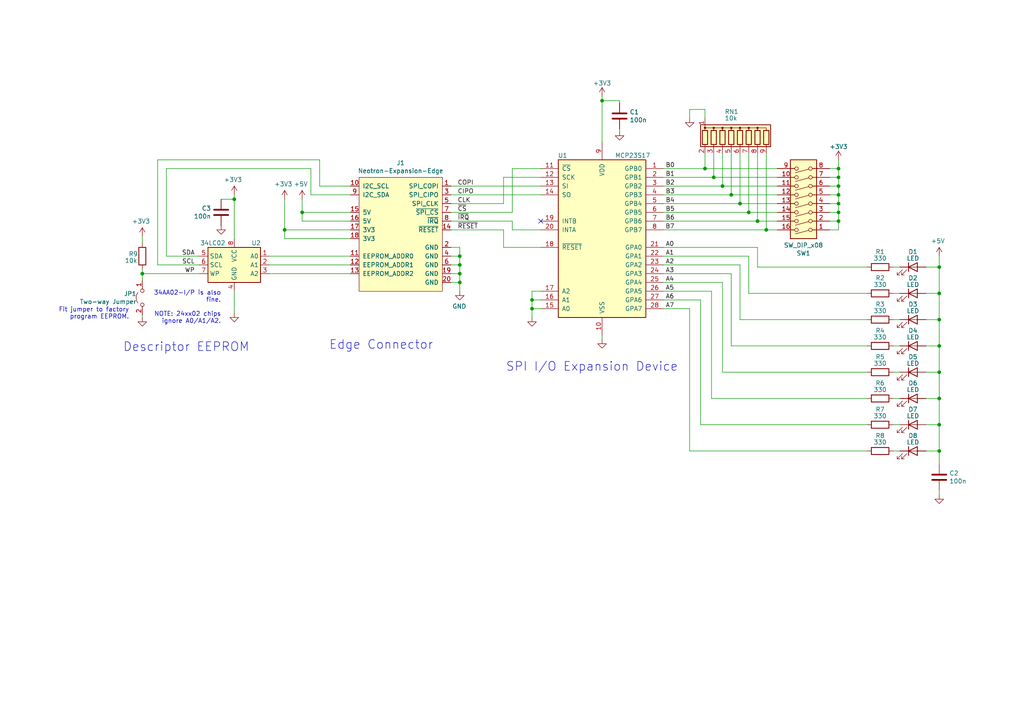
<source format=kicad_sch>
(kicad_sch (version 20211123) (generator eeschema)
  (paper "A4")
  (title_block (title "Neotron Expansion Template") (date "2021-08-18") (rev "[Uncontrolled]") (company "https://neotron-compute.github.io/") (comment 1 "Licensed as CC BY 4.0") (comment 2 "Copyright (c) 2021, The Neotron Developers, et al."))
  (lib_symbols
    (symbol "Device:C" (pin_numbers hide) (pin_names (offset 0.254))
      (property "Reference" "C" (at 0.635 2.54 0))
      (property "Value" "C" (at 0.635 -2.54 0))
      (symbol "C_0_1"
        (polyline (pts (xy -2.032 -0.762) (xy 2.032 -0.762)) (stroke (width 0.508)))
        (polyline (pts (xy -2.032 0.762) (xy 2.032 0.762)) (stroke (width 0.508)))
      )
      (symbol "C_1_1"
        (pin passive line (at 0 3.81 270) (length 2.794) (name "~") (number "1"))
        (pin passive line (at 0 -3.81 90) (length 2.794) (name "~") (number "2"))
      )
    )
    (symbol "Device:LED" (pin_numbers hide) (pin_names (offset 1.016) hide)
      (property "Reference" "D" (at 0 2.54 0))
      (property "Value" "LED" (at 0 -2.54 0))
      (symbol "LED_0_1"
        (polyline (pts (xy -1.27 -1.27) (xy -1.27 1.27)) (stroke (width 0.254)))
        (polyline (pts (xy -1.27 0) (xy 1.27 0)))
        (polyline (pts (xy 1.27 -1.27) (xy 1.27 1.27) (xy -1.27 0) (xy 1.27 -1.27)) (stroke (width 0.254)))
        (polyline (pts (xy -3.048 -0.762) (xy -4.572 -2.286) (xy -3.81 -2.286) (xy -4.572 -2.286) (xy -4.572 -1.524)))
        (polyline (pts (xy -1.778 -0.762) (xy -3.302 -2.286) (xy -2.54 -2.286) (xy -3.302 -2.286) (xy -3.302 -1.524)))
      )
      (symbol "LED_1_1"
        (pin passive line (at -3.81 0 0) (length 2.54) (name "K") (number "1"))
        (pin passive line (at 3.81 0 180) (length 2.54) (name "A") (number "2"))
      )
    )
    (symbol "Device:R" (pin_numbers hide) (pin_names (offset 0))
      (property "Reference" "R" (at 2.032 0 90))
      (property "Value" "R" (at 0 0 90))
      (symbol "R_0_1"
        (rectangle (start -1.016 -2.54) (end 1.016 2.54) (stroke (width 0.254)))
      )
      (symbol "R_1_1"
        (pin passive line (at 0 3.81 270) (length 1.27) (name "~") (number "1"))
        (pin passive line (at 0 -3.81 90) (length 1.27) (name "~") (number "2"))
      )
    )
    (symbol "Device:R_Network08" (pin_names (offset 0) hide)
      (property "Reference" "RN" (at -12.7 0 90))
      (property "Value" "R_Network08" (at 10.16 0 90))
      (symbol "R_Network08_0_1"
        (rectangle (start -11.43 -3.175) (end 8.89 3.175) (stroke (width 0.254)) (fill (type background)))
        (rectangle (start -10.922 1.524) (end -9.398 -2.54) (stroke (width 0.254)))
        (circle (center -10.16 2.286) (radius 0.254) (fill (type outline)))
        (rectangle (start -8.382 1.524) (end -6.858 -2.54) (stroke (width 0.254)))
        (circle (center -7.62 2.286) (radius 0.254) (fill (type outline)))
        (rectangle (start -5.842 1.524) (end -4.318 -2.54) (stroke (width 0.254)))
        (circle (center -5.08 2.286) (radius 0.254) (fill (type outline)))
        (rectangle (start -3.302 1.524) (end -1.778 -2.54) (stroke (width 0.254)))
        (circle (center -2.54 2.286) (radius 0.254) (fill (type outline)))
        (rectangle (start -0.762 1.524) (end 0.762 -2.54) (stroke (width 0.254)))
        (polyline (pts (xy -10.16 -2.54) (xy -10.16 -3.81)))
        (polyline (pts (xy -7.62 -2.54) (xy -7.62 -3.81)))
        (polyline (pts (xy -5.08 -2.54) (xy -5.08 -3.81)))
        (polyline (pts (xy -2.54 -2.54) (xy -2.54 -3.81)))
        (polyline (pts (xy 0 -2.54) (xy 0 -3.81)))
        (polyline (pts (xy 2.54 -2.54) (xy 2.54 -3.81)))
        (polyline (pts (xy 5.08 -2.54) (xy 5.08 -3.81)))
        (polyline (pts (xy 7.62 -2.54) (xy 7.62 -3.81)))
        (polyline (pts (xy -10.16 1.524) (xy -10.16 2.286) (xy -7.62 2.286) (xy -7.62 1.524)))
        (polyline (pts (xy -7.62 1.524) (xy -7.62 2.286) (xy -5.08 2.286) (xy -5.08 1.524)))
        (polyline (pts (xy -5.08 1.524) (xy -5.08 2.286) (xy -2.54 2.286) (xy -2.54 1.524)))
        (polyline (pts (xy -2.54 1.524) (xy -2.54 2.286) (xy 0 2.286) (xy 0 1.524)))
        (polyline (pts (xy 0 1.524) (xy 0 2.286) (xy 2.54 2.286) (xy 2.54 1.524)))
        (polyline (pts (xy 2.54 1.524) (xy 2.54 2.286) (xy 5.08 2.286) (xy 5.08 1.524)))
        (polyline (pts (xy 5.08 1.524) (xy 5.08 2.286) (xy 7.62 2.286) (xy 7.62 1.524)))
        (circle (center 0 2.286) (radius 0.254) (fill (type outline)))
        (rectangle (start 1.778 1.524) (end 3.302 -2.54) (stroke (width 0.254)))
        (circle (center 2.54 2.286) (radius 0.254) (fill (type outline)))
        (rectangle (start 4.318 1.524) (end 5.842 -2.54) (stroke (width 0.254)))
        (circle (center 5.08 2.286) (radius 0.254) (fill (type outline)))
        (rectangle (start 6.858 1.524) (end 8.382 -2.54) (stroke (width 0.254)))
      )
      (symbol "R_Network08_1_1"
        (pin passive line (at -10.16 5.08 270) (length 2.54) (name "common") (number "1"))
        (pin passive line (at -10.16 -5.08 90) (length 1.27) (name "R1") (number "2"))
        (pin passive line (at -7.62 -5.08 90) (length 1.27) (name "R2") (number "3"))
        (pin passive line (at -5.08 -5.08 90) (length 1.27) (name "R3") (number "4"))
        (pin passive line (at -2.54 -5.08 90) (length 1.27) (name "R4") (number "5"))
        (pin passive line (at 0 -5.08 90) (length 1.27) (name "R5") (number "6"))
        (pin passive line (at 2.54 -5.08 90) (length 1.27) (name "R6") (number "7"))
        (pin passive line (at 5.08 -5.08 90) (length 1.27) (name "R7") (number "8"))
        (pin passive line (at 7.62 -5.08 90) (length 1.27) (name "R8") (number "9"))
      )
    )
    (symbol "Interface_Expansion:MCP23S17_SP" (pin_names (offset 1.016))
      (property "Reference" "U" (at -11.43 24.13 0))
      (property "Value" "MCP23S17_SP" (at 0 0 0))
      (symbol "MCP23S17_SP_0_1"
        (rectangle (start -12.7 22.86) (end 12.7 -22.86) (stroke (width 0.254)) (fill (type background)))
      )
      (symbol "MCP23S17_SP_1_1"
        (pin bidirectional line (at 17.78 20.32 180) (length 5.08) (name "GPB0") (number "1"))
        (pin power_in line (at 0 -27.94 90) (length 5.08) (name "VSS") (number "10"))
        (pin input line (at -17.78 20.32 0) (length 5.08) (name "~{CS}") (number "11"))
        (pin input line (at -17.78 17.78 0) (length 5.08) (name "SCK") (number "12"))
        (pin input line (at -17.78 15.24 0) (length 5.08) (name "SI") (number "13"))
        (pin output line (at -17.78 12.7 0) (length 5.08) (name "SO") (number "14"))
        (pin input line (at -17.78 -20.32 0) (length 5.08) (name "A0") (number "15"))
        (pin input line (at -17.78 -17.78 0) (length 5.08) (name "A1") (number "16"))
        (pin input line (at -17.78 -15.24 0) (length 5.08) (name "A2") (number "17"))
        (pin input line (at -17.78 -2.54 0) (length 5.08) (name "~{RESET}") (number "18"))
        (pin tri_state line (at -17.78 5.08 0) (length 5.08) (name "INTB") (number "19"))
        (pin bidirectional line (at 17.78 17.78 180) (length 5.08) (name "GPB1") (number "2"))
        (pin tri_state line (at -17.78 2.54 0) (length 5.08) (name "INTA") (number "20"))
        (pin bidirectional line (at 17.78 -2.54 180) (length 5.08) (name "GPA0") (number "21"))
        (pin bidirectional line (at 17.78 -5.08 180) (length 5.08) (name "GPA1") (number "22"))
        (pin bidirectional line (at 17.78 -7.62 180) (length 5.08) (name "GPA2") (number "23"))
        (pin bidirectional line (at 17.78 -10.16 180) (length 5.08) (name "GPA3") (number "24"))
        (pin bidirectional line (at 17.78 -12.7 180) (length 5.08) (name "GPA4") (number "25"))
        (pin bidirectional line (at 17.78 -15.24 180) (length 5.08) (name "GPA5") (number "26"))
        (pin bidirectional line (at 17.78 -17.78 180) (length 5.08) (name "GPA6") (number "27"))
        (pin bidirectional line (at 17.78 -20.32 180) (length 5.08) (name "GPA7") (number "28"))
        (pin bidirectional line (at 17.78 15.24 180) (length 5.08) (name "GPB2") (number "3"))
        (pin bidirectional line (at 17.78 12.7 180) (length 5.08) (name "GPB3") (number "4"))
        (pin bidirectional line (at 17.78 10.16 180) (length 5.08) (name "GPB4") (number "5"))
        (pin bidirectional line (at 17.78 7.62 180) (length 5.08) (name "GPB5") (number "6"))
        (pin bidirectional line (at 17.78 5.08 180) (length 5.08) (name "GPB6") (number "7"))
        (pin bidirectional line (at 17.78 2.54 180) (length 5.08) (name "GPB7") (number "8"))
        (pin power_in line (at 0 27.94 270) (length 5.08) (name "VDD") (number "9"))
      )
    )
    (symbol "Jumper:Jumper_2_Open" (pin_names (offset 0) hide)
      (property "Reference" "JP" (at 0 2.794 0))
      (property "Value" "Jumper_2_Open" (at 0 -2.286 0))
      (symbol "Jumper_2_Open_0_0"
        (circle (center -2.032 0) (radius 0.508))
        (circle (center 2.032 0) (radius 0.508))
      )
      (symbol "Jumper_2_Open_0_1"
        (arc (start 1.524 1.27) (mid 0 1.778) (end -1.524 1.27))
      )
      (symbol "Jumper_2_Open_1_1"
        (pin passive line (at -5.08 0 0) (length 2.54) (name "A") (number "1"))
        (pin passive line (at 5.08 0 180) (length 2.54) (name "B") (number "2"))
      )
    )
    (symbol "Memory_EEPROM:24LC02"
      (property "Reference" "U" (at -6.35 6.35 0))
      (property "Value" "24LC02" (at 1.27 6.35 0))
      (symbol "24LC02_1_1"
        (rectangle (start -7.62 5.08) (end 7.62 -5.08) (stroke (width 0.254)) (fill (type background)))
        (pin input line (at -10.16 2.54 0) (length 2.54) (name "A0") (number "1"))
        (pin input line (at -10.16 0 0) (length 2.54) (name "A1") (number "2"))
        (pin input line (at -10.16 -2.54 0) (length 2.54) (name "A2") (number "3"))
        (pin power_in line (at 0 -7.62 90) (length 2.54) (name "GND") (number "4"))
        (pin bidirectional line (at 10.16 2.54 180) (length 2.54) (name "SDA") (number "5"))
        (pin input line (at 10.16 0 180) (length 2.54) (name "SCL") (number "6"))
        (pin input line (at 10.16 -2.54 180) (length 2.54) (name "WP") (number "7"))
        (pin power_in line (at 0 7.62 270) (length 2.54) (name "VCC") (number "8"))
      )
    )
    (symbol "Neotron-Expansion-Template-rescue:Neotron-Expansion-Edge-Neotron-Common-Hardware" (pin_names (offset 1.016))
      (property "Reference" "J" (at 0 -20.32 0))
      (property "Value" "Neotron-Expansion-Edge-Neotron-Common-Hardware" (at -1.27 15.24 0))
      (symbol "Neotron-Expansion-Edge-Neotron-Common-Hardware_0_0"
        (pin output line (at -15.24 11.43 0) (length 2.54) (name "SPI_COPI") (number "1"))
        (pin bidirectional line (at 13.97 11.43 180) (length 2.54) (name "I2C_SCL") (number "10"))
        (pin output line (at 13.97 -8.89 180) (length 2.54) (name "EEPROM_ADDR0") (number "11"))
        (pin output line (at 13.97 -11.43 180) (length 2.54) (name "EEPROM_ADDR1") (number "12"))
        (pin output line (at 13.97 -13.97 180) (length 2.54) (name "EEPROM_ADDR2") (number "13"))
        (pin output line (at -15.24 -1.27 0) (length 2.54) (name "~{RESET}") (number "14"))
        (pin power_out line (at 13.97 3.81 180) (length 2.54) (name "5V") (number "15"))
        (pin power_in line (at 13.97 1.27 180) (length 2.54) (name "5V") (number "16"))
        (pin power_out line (at 13.97 -1.27 180) (length 2.54) (name "3V3") (number "17"))
        (pin power_in line (at 13.97 -3.81 180) (length 2.54) (name "3V3") (number "18"))
        (pin power_in line (at -15.24 -13.97 0) (length 2.54) (name "GND") (number "19"))
        (pin power_in line (at -15.24 -6.35 0) (length 2.54) (name "GND") (number "2"))
        (pin power_out line (at -15.24 -16.51 0) (length 2.54) (name "GND") (number "20"))
        (pin input line (at -15.24 8.89 0) (length 2.54) (name "SPI_CIPO") (number "3"))
        (pin power_in line (at -15.24 -8.89 0) (length 2.54) (name "GND") (number "4"))
        (pin output line (at -15.24 6.35 0) (length 2.54) (name "SPI_CLK") (number "5"))
        (pin power_in line (at -15.24 -11.43 0) (length 2.54) (name "GND") (number "6"))
        (pin output line (at -15.24 3.81 0) (length 2.54) (name "~{SPI_CS}") (number "7"))
        (pin input line (at -15.24 1.27 0) (length 2.54) (name "~{IRQ}") (number "8"))
        (pin bidirectional line (at 13.97 8.89 180) (length 2.54) (name "I2C_SDA") (number "9"))
      )
      (symbol "Neotron-Expansion-Edge-Neotron-Common-Hardware_0_1"
        (rectangle (start -12.7 13.97) (end 11.43 -19.05) (fill (type background)))
      )
    )
    (symbol "Switch:SW_DIP_x08" (pin_names (offset 0) hide)
      (property "Reference" "SW" (at 0 13.97 0))
      (property "Value" "SW_DIP_x08" (at 0 -11.43 0))
      (symbol "SW_DIP_x08_0_0"
        (circle (center -2.032 -7.62) (radius 0.508))
        (circle (center -2.032 -5.08) (radius 0.508))
        (circle (center -2.032 -2.54) (radius 0.508))
        (circle (center -2.032 0) (radius 0.508))
        (circle (center -2.032 2.54) (radius 0.508))
        (circle (center -2.032 5.08) (radius 0.508))
        (circle (center -2.032 7.62) (radius 0.508))
        (circle (center -2.032 10.16) (radius 0.508))
        (polyline (pts (xy -1.524 -7.4676) (xy 2.3622 -6.4262)))
        (polyline (pts (xy -1.524 -4.9276) (xy 2.3622 -3.8862)))
        (polyline (pts (xy -1.524 -2.3876) (xy 2.3622 -1.3462)))
        (polyline (pts (xy -1.524 0.127) (xy 2.3622 1.1684)))
        (polyline (pts (xy -1.524 2.667) (xy 2.3622 3.7084)))
        (polyline (pts (xy -1.524 5.207) (xy 2.3622 6.2484)))
        (polyline (pts (xy -1.524 7.747) (xy 2.3622 8.7884)))
        (polyline (pts (xy -1.524 10.287) (xy 2.3622 11.3284)))
        (circle (center 2.032 -7.62) (radius 0.508))
        (circle (center 2.032 -5.08) (radius 0.508))
        (circle (center 2.032 -2.54) (radius 0.508))
        (circle (center 2.032 0) (radius 0.508))
        (circle (center 2.032 2.54) (radius 0.508))
        (circle (center 2.032 5.08) (radius 0.508))
        (circle (center 2.032 7.62) (radius 0.508))
        (circle (center 2.032 10.16) (radius 0.508))
      )
      (symbol "SW_DIP_x08_0_1"
        (rectangle (start -3.81 12.7) (end 3.81 -10.16) (stroke (width 0.254)) (fill (type background)))
      )
      (symbol "SW_DIP_x08_1_1"
        (pin passive line (at -7.62 10.16 0) (length 5.08) (name "~") (number "1"))
        (pin passive line (at 7.62 -5.08 180) (length 5.08) (name "~") (number "10"))
        (pin passive line (at 7.62 -2.54 180) (length 5.08) (name "~") (number "11"))
        (pin passive line (at 7.62 0 180) (length 5.08) (name "~") (number "12"))
        (pin passive line (at 7.62 2.54 180) (length 5.08) (name "~") (number "13"))
        (pin passive line (at 7.62 5.08 180) (length 5.08) (name "~") (number "14"))
        (pin passive line (at 7.62 7.62 180) (length 5.08) (name "~") (number "15"))
        (pin passive line (at 7.62 10.16 180) (length 5.08) (name "~") (number "16"))
        (pin passive line (at -7.62 7.62 0) (length 5.08) (name "~") (number "2"))
        (pin passive line (at -7.62 5.08 0) (length 5.08) (name "~") (number "3"))
        (pin passive line (at -7.62 2.54 0) (length 5.08) (name "~") (number "4"))
        (pin passive line (at -7.62 0 0) (length 5.08) (name "~") (number "5"))
        (pin passive line (at -7.62 -2.54 0) (length 5.08) (name "~") (number "6"))
        (pin passive line (at -7.62 -5.08 0) (length 5.08) (name "~") (number "7"))
        (pin passive line (at -7.62 -7.62 0) (length 5.08) (name "~") (number "8"))
        (pin passive line (at 7.62 -7.62 180) (length 5.08) (name "~") (number "9"))
      )
    )
    (symbol "power:+3V3" (power) (pin_names (offset 0))
      (property "Value" "+3V3" (at 0 3.556 0))
      (symbol "+3V3_0_1"
        (polyline (pts (xy -0.762 1.27) (xy 0 2.54)))
        (polyline (pts (xy 0 0) (xy 0 2.54)))
        (polyline (pts (xy 0 2.54) (xy 0.762 1.27)))
      )
      (symbol "+3V3_1_1"
        (pin power_in line (at 0 0 90) (length 0) hide (name "+3V3") (number "1"))
      )
    )
    (symbol "power:+5V" (power) (pin_names (offset 0))
      (property "Value" "+5V" (at 0 3.556 0))
      (symbol "+5V_0_1"
        (polyline (pts (xy -0.762 1.27) (xy 0 2.54)))
        (polyline (pts (xy 0 0) (xy 0 2.54)))
        (polyline (pts (xy 0 2.54) (xy 0.762 1.27)))
      )
      (symbol "+5V_1_1"
        (pin power_in line (at 0 0 90) (length 0) hide (name "+5V") (number "1"))
      )
    )
    (symbol "power:GND" (power) (pin_names (offset 0))
      (property "Value" "GND" (at 0 -3.81 0))
      (symbol "GND_0_1"
        (polyline (pts (xy 0 0) (xy 0 -1.27) (xy 1.27 -1.27) (xy 0 -2.54) (xy -1.27 -1.27) (xy 0 -1.27)))
      )
      (symbol "GND_1_1"
        (pin power_in line (at 0 0 270) (length 0) hide (name "GND") (number "1"))
      )
    )
  )
  (junction (at 243.205 56.515))
  (junction (at 272.415 92.71))
  (junction (at 272.415 130.81))
  (junction (at 272.415 107.95))
  (junction (at 133.35 76.835))
  (junction (at 133.35 74.295))
  (junction (at 272.415 100.33))
  (junction (at 243.205 48.895))
  (junction (at 133.35 81.915))
  (junction (at 133.35 79.375))
  (junction (at 272.415 85.09))
  (junction (at 212.09 56.515))
  (junction (at 272.415 115.57))
  (junction (at 204.47 48.895))
  (junction (at 154.305 86.995))
  (junction (at 174.625 29.21))
  (junction (at 207.01 51.435))
  (junction (at 243.205 51.435))
  (junction (at 214.63 59.055))
  (junction (at 243.205 59.055))
  (junction (at 67.945 57.785))
  (junction (at 243.205 61.595))
  (junction (at 272.415 123.19))
  (junction (at 209.55 53.975))
  (junction (at 219.71 64.135))
  (junction (at 41.275 79.375))
  (junction (at 243.205 64.135))
  (junction (at 272.415 77.47))
  (junction (at 222.25 66.675))
  (junction (at 243.205 53.975))
  (junction (at 87.63 61.595))
  (junction (at 154.305 89.535))
  (junction (at 82.55 66.675))
  (junction (at 217.17 61.595))
  (no_connect (at 156.845 64.135))
  (wire (pts (xy 225.425 48.895) (xy 204.47 48.895)))
  (wire (pts (xy 200.025 89.535) (xy 200.025 130.81)))
  (wire (pts (xy 206.375 115.57) (xy 251.46 115.57)))
  (wire (pts (xy 133.35 76.835) (xy 133.35 74.295)))
  (wire (pts (xy 268.605 92.71) (xy 272.415 92.71)))
  (wire (pts (xy 101.6 61.595) (xy 87.63 61.595)))
  (wire (pts (xy 272.415 115.57) (xy 272.415 123.19)))
  (wire (pts (xy 87.63 61.595) (xy 87.63 64.135)))
  (wire (pts (xy 200.025 130.81) (xy 251.46 130.81)))
  (wire (pts (xy 146.05 71.755) (xy 156.845 71.755)))
  (wire (pts (xy 212.09 100.33) (xy 251.46 100.33)))
  (wire (pts (xy 192.405 81.915) (xy 209.55 81.915)))
  (wire (pts (xy 214.63 76.835) (xy 214.63 92.71)))
  (wire (pts (xy 192.405 51.435) (xy 207.01 51.435)))
  (wire (pts (xy 259.08 107.95) (xy 260.985 107.95)))
  (wire (pts (xy 268.605 100.33) (xy 272.415 100.33)))
  (wire (pts (xy 41.275 79.375) (xy 41.275 81.28)))
  (wire (pts (xy 225.425 61.595) (xy 217.17 61.595)))
  (wire (pts (xy 148.59 66.675) (xy 156.845 66.675)))
  (wire (pts (xy 41.275 68.58) (xy 41.275 70.485)))
  (wire (pts (xy 243.205 61.595) (xy 243.205 59.055)))
  (wire (pts (xy 225.425 66.675) (xy 222.25 66.675)))
  (wire (pts (xy 209.55 44.45) (xy 209.55 53.975)))
  (wire (pts (xy 192.405 71.755) (xy 219.71 71.755)))
  (wire (pts (xy 101.6 74.295) (xy 78.105 74.295)))
  (wire (pts (xy 82.55 57.785) (xy 82.55 66.675)))
  (wire (pts (xy 192.405 61.595) (xy 217.17 61.595)))
  (wire (pts (xy 192.405 66.675) (xy 222.25 66.675)))
  (wire (pts (xy 240.665 56.515) (xy 243.205 56.515)))
  (wire (pts (xy 209.55 107.95) (xy 251.46 107.95)))
  (wire (pts (xy 101.6 69.215) (xy 82.55 69.215)))
  (wire (pts (xy 212.09 44.45) (xy 212.09 56.515)))
  (wire (pts (xy 260.985 115.57) (xy 259.08 115.57)))
  (wire (pts (xy 130.81 53.975) (xy 156.845 53.975)))
  (wire (pts (xy 146.05 66.675) (xy 146.05 71.755)))
  (wire (pts (xy 82.55 66.675) (xy 82.55 69.215)))
  (wire (pts (xy 225.425 64.135) (xy 219.71 64.135)))
  (wire (pts (xy 130.81 59.055) (xy 146.05 59.055)))
  (wire (pts (xy 101.6 76.835) (xy 78.105 76.835)))
  (wire (pts (xy 272.415 143.51) (xy 272.415 142.24)))
  (wire (pts (xy 222.25 44.45) (xy 222.25 66.675)))
  (wire (pts (xy 272.415 77.47) (xy 272.415 85.09)))
  (wire (pts (xy 268.605 77.47) (xy 272.415 77.47)))
  (wire (pts (xy 45.72 76.835) (xy 57.785 76.835)))
  (wire (pts (xy 48.26 74.295) (xy 48.26 48.895)))
  (wire (pts (xy 179.705 37.465) (xy 179.705 38.1)))
  (wire (pts (xy 174.625 29.21) (xy 174.625 41.275)))
  (wire (pts (xy 259.08 85.09) (xy 260.985 85.09)))
  (wire (pts (xy 260.985 130.81) (xy 259.08 130.81)))
  (wire (pts (xy 133.35 79.375) (xy 133.35 81.915)))
  (wire (pts (xy 272.415 100.33) (xy 272.415 107.95)))
  (wire (pts (xy 133.35 79.375) (xy 130.81 79.375)))
  (wire (pts (xy 240.665 53.975) (xy 243.205 53.975)))
  (wire (pts (xy 133.35 74.295) (xy 133.35 71.755)))
  (wire (pts (xy 90.17 56.515) (xy 101.6 56.515)))
  (wire (pts (xy 272.415 92.71) (xy 272.415 100.33)))
  (wire (pts (xy 192.405 59.055) (xy 214.63 59.055)))
  (wire (pts (xy 174.625 97.155) (xy 174.625 98.425)))
  (wire (pts (xy 200.025 34.29) (xy 200.025 31.75)))
  (wire (pts (xy 259.08 77.47) (xy 260.985 77.47)))
  (wire (pts (xy 217.17 85.09) (xy 217.17 74.295)))
  (wire (pts (xy 259.08 123.19) (xy 260.985 123.19)))
  (wire (pts (xy 41.275 79.375) (xy 57.785 79.375)))
  (wire (pts (xy 225.425 53.975) (xy 209.55 53.975)))
  (wire (pts (xy 206.375 84.455) (xy 206.375 115.57)))
  (wire (pts (xy 192.405 86.995) (xy 203.2 86.995)))
  (wire (pts (xy 240.665 59.055) (xy 243.205 59.055)))
  (wire (pts (xy 217.17 74.295) (xy 192.405 74.295)))
  (wire (pts (xy 240.665 61.595) (xy 243.205 61.595)))
  (wire (pts (xy 192.405 84.455) (xy 206.375 84.455)))
  (wire (pts (xy 90.17 48.895) (xy 90.17 56.515)))
  (wire (pts (xy 192.405 79.375) (xy 212.09 79.375)))
  (wire (pts (xy 268.605 130.81) (xy 272.415 130.81)))
  (wire (pts (xy 133.35 71.755) (xy 130.81 71.755)))
  (wire (pts (xy 179.705 29.21) (xy 179.705 29.845)))
  (wire (pts (xy 268.605 85.09) (xy 272.415 85.09)))
  (wire (pts (xy 41.275 78.105) (xy 41.275 79.375)))
  (wire (pts (xy 101.6 64.135) (xy 87.63 64.135)))
  (wire (pts (xy 268.605 107.95) (xy 272.415 107.95)))
  (wire (pts (xy 217.17 44.45) (xy 217.17 61.595)))
  (wire (pts (xy 130.81 66.675) (xy 146.05 66.675)))
  (wire (pts (xy 148.59 64.135) (xy 148.59 66.675)))
  (wire (pts (xy 243.205 59.055) (xy 243.205 56.515)))
  (wire (pts (xy 101.6 53.975) (xy 92.71 53.975)))
  (wire (pts (xy 243.205 51.435) (xy 243.205 48.895)))
  (wire (pts (xy 133.35 74.295) (xy 130.81 74.295)))
  (wire (pts (xy 192.405 76.835) (xy 214.63 76.835)))
  (wire (pts (xy 219.71 71.755) (xy 219.71 77.47)))
  (wire (pts (xy 200.025 31.75) (xy 204.47 31.75)))
  (wire (pts (xy 87.63 57.785) (xy 87.63 61.595)))
  (wire (pts (xy 192.405 64.135) (xy 219.71 64.135)))
  (wire (pts (xy 225.425 56.515) (xy 212.09 56.515)))
  (wire (pts (xy 204.47 31.75) (xy 204.47 34.29)))
  (wire (pts (xy 133.35 79.375) (xy 133.35 76.835)))
  (wire (pts (xy 272.415 123.19) (xy 272.415 130.81)))
  (wire (pts (xy 272.415 85.09) (xy 272.415 92.71)))
  (wire (pts (xy 148.59 61.595) (xy 148.59 48.895)))
  (wire (pts (xy 154.305 84.455) (xy 154.305 86.995)))
  (wire (pts (xy 133.35 81.915) (xy 133.35 84.455)))
  (wire (pts (xy 133.35 76.835) (xy 130.81 76.835)))
  (wire (pts (xy 174.625 27.94) (xy 174.625 29.21)))
  (wire (pts (xy 240.665 51.435) (xy 243.205 51.435)))
  (wire (pts (xy 154.305 86.995) (xy 154.305 89.535)))
  (wire (pts (xy 148.59 48.895) (xy 156.845 48.895)))
  (wire (pts (xy 156.845 89.535) (xy 154.305 89.535)))
  (wire (pts (xy 146.05 51.435) (xy 156.845 51.435)))
  (wire (pts (xy 268.605 115.57) (xy 272.415 115.57)))
  (wire (pts (xy 192.405 53.975) (xy 209.55 53.975)))
  (wire (pts (xy 130.81 64.135) (xy 148.59 64.135)))
  (wire (pts (xy 67.945 56.515) (xy 67.945 57.785)))
  (wire (pts (xy 268.605 123.19) (xy 272.415 123.19)))
  (wire (pts (xy 243.205 53.975) (xy 243.205 51.435)))
  (wire (pts (xy 214.63 44.45) (xy 214.63 59.055)))
  (wire (pts (xy 240.665 64.135) (xy 243.205 64.135)))
  (wire (pts (xy 156.845 84.455) (xy 154.305 84.455)))
  (wire (pts (xy 219.71 77.47) (xy 251.46 77.47)))
  (wire (pts (xy 92.71 46.355) (xy 45.72 46.355)))
  (wire (pts (xy 272.415 74.295) (xy 272.415 77.47)))
  (wire (pts (xy 240.665 66.675) (xy 243.205 66.675)))
  (wire (pts (xy 209.55 81.915) (xy 209.55 107.95)))
  (wire (pts (xy 192.405 56.515) (xy 212.09 56.515)))
  (wire (pts (xy 41.275 91.44) (xy 41.275 92.075)))
  (wire (pts (xy 243.205 56.515) (xy 243.205 53.975)))
  (wire (pts (xy 225.425 51.435) (xy 207.01 51.435)))
  (wire (pts (xy 203.2 123.19) (xy 251.46 123.19)))
  (wire (pts (xy 214.63 92.71) (xy 251.46 92.71)))
  (wire (pts (xy 212.09 79.375) (xy 212.09 100.33)))
  (wire (pts (xy 219.71 44.45) (xy 219.71 64.135)))
  (wire (pts (xy 243.205 66.675) (xy 243.205 64.135)))
  (wire (pts (xy 130.81 81.915) (xy 133.35 81.915)))
  (wire (pts (xy 243.205 46.355) (xy 243.205 48.895)))
  (wire (pts (xy 260.985 100.33) (xy 259.08 100.33)))
  (wire (pts (xy 101.6 79.375) (xy 78.105 79.375)))
  (wire (pts (xy 57.785 74.295) (xy 48.26 74.295)))
  (wire (pts (xy 154.305 89.535) (xy 154.305 92.075)))
  (wire (pts (xy 225.425 59.055) (xy 214.63 59.055)))
  (wire (pts (xy 92.71 53.975) (xy 92.71 46.355)))
  (wire (pts (xy 217.17 85.09) (xy 251.46 85.09)))
  (wire (pts (xy 240.665 48.895) (xy 243.205 48.895)))
  (wire (pts (xy 146.05 59.055) (xy 146.05 51.435)))
  (wire (pts (xy 130.81 61.595) (xy 148.59 61.595)))
  (wire (pts (xy 207.01 44.45) (xy 207.01 51.435)))
  (wire (pts (xy 259.08 92.71) (xy 260.985 92.71)))
  (wire (pts (xy 174.625 29.21) (xy 179.705 29.21)))
  (wire (pts (xy 203.2 86.995) (xy 203.2 123.19)))
  (wire (pts (xy 67.945 84.455) (xy 67.945 90.805)))
  (wire (pts (xy 130.81 56.515) (xy 156.845 56.515)))
  (wire (pts (xy 64.135 57.785) (xy 67.945 57.785)))
  (wire (pts (xy 101.6 66.675) (xy 82.55 66.675)))
  (wire (pts (xy 67.945 57.785) (xy 67.945 69.215)))
  (wire (pts (xy 192.405 89.535) (xy 200.025 89.535)))
  (wire (pts (xy 243.205 64.135) (xy 243.205 61.595)))
  (wire (pts (xy 272.415 107.95) (xy 272.415 115.57)))
  (wire (pts (xy 48.26 48.895) (xy 90.17 48.895)))
  (wire (pts (xy 204.47 44.45) (xy 204.47 48.895)))
  (wire (pts (xy 192.405 48.895) (xy 204.47 48.895)))
  (wire (pts (xy 272.415 134.62) (xy 272.415 130.81)))
  (wire (pts (xy 45.72 46.355) (xy 45.72 76.835)))
  (wire (pts (xy 156.845 86.995) (xy 154.305 86.995)))
  (text "Edge Connector" (at 125.73 101.6 180) (effects (font (size 2.54 2.54)) (justify right bottom)))
  (text "34AA02-I/P is also\nfine.\n\nNOTE: 24xx02 chips\nignore A0/A1/A2." (at 64.135 93.98 0) (effects (font (size 1.27 1.27)) (justify right bottom)))
  (text "Descriptor EEPROM" (at 72.39 102.235 180) (effects (font (size 2.54 2.54)) (justify right bottom)))
  (text "Fit jumper to factory\nprogram EEPROM." (at 37.465 92.71 180) (effects (font (size 1.27 1.27)) (justify right bottom)))
  (text "SPI I/O Expansion Device" (at 146.685 107.95 0) (effects (font (size 2.54 2.54)) (justify left bottom)))
  (label "WP" (at 56.515 79.375 180))
  (label "B5" (at 193.04 61.595 0))
  (label "A7" (at 193.04 89.535 0))
  (label "~{CS}" (at 132.715 61.595 0))
  (label "A2" (at 193.04 76.835 0))
  (label "COPI" (at 132.715 53.975 0))
  (label "A3" (at 193.04 79.375 0))
  (label "B3" (at 193.04 56.515 0))
  (label "SDA" (at 56.515 74.295 180))
  (label "B1" (at 193.04 51.435 0))
  (label "A6" (at 193.04 86.995 0))
  (label "B6" (at 193.04 64.135 0))
  (label "A1" (at 193.04 74.295 0))
  (label "A5" (at 193.04 84.455 0))
  (label "B2" (at 193.04 53.975 0))
  (label "CLK" (at 132.715 59.055 0))
  (label "B0" (at 193.04 48.895 0))
  (label "B4" (at 193.04 59.055 0))
  (label "~{RESET}" (at 132.715 66.675 0))
  (label "~{IRQ}" (at 132.715 64.135 0))
  (label "SCL" (at 56.515 76.835 180))
  (label "B7" (at 192.9822 66.675 0))
  (label "A4" (at 193.04 81.915 0))
  (label "A0" (at 193.04 71.755 0))
  (label "CIPO" (at 132.715 56.515 0))
  (symbol (lib_id "Neotron-Expansion-Template-rescue:Neotron-Expansion-Edge-Neotron-Common-Hardware") (at 115.57 65.405 0) (mirror y) (unit 1)
    (property "Reference" "J1" (at 116.205 47.244 0))
    (property "Value" "Neotron-Expansion-Edge" (at 116.205 49.5554 0))
    (property "Footprint" "Neotron-Common-Hardware:Neotron-Expansion-Edge" (effects hide))
    (property "DNP" "1" (effects hide))
  )
  (symbol (lib_id "Memory_EEPROM:24LC02") (at 67.945 76.835 0) (mirror y) (unit 1)
    (property "Reference" "U2" (at 74.295 70.485 0))
    (property "Value" "34LC02" (at 65.405 70.485 0) (effects (justify left)))
    (property "Footprint" "Package_DIP:DIP-8_W7.62mm" (effects hide))
    (property "Datasheet" "https://ww1.microchip.com/downloads/en/DeviceDoc/22029F.pdf" (effects hide))
    (property "MPN" "34LC02-I/P" (effects hide))
    (property "Manufacturer" "Microchip" (effects hide))
    (property "Digikey" "34LC02-I/P-ND" (effects hide))
    (property "DNP" "0" (effects hide))
  )
  (symbol (lib_id "power:GND") (at 67.945 90.805 0) (mirror y) (unit 1)
    (property "Reference" "#PWR012" (effects hide))
    (property "Value" "GND" (effects hide))
  )
  (symbol (lib_id "power:+5V") (at 87.63 57.785 0) (mirror y) (unit 1)
    (property "Reference" "#PWR06" (effects hide))
    (property "Value" "+5V" (at 87.249 53.3908 0))
  )
  (symbol (lib_id "power:+3V3") (at 82.55 57.785 0) (mirror y) (unit 1)
    (property "Reference" "#PWR05" (effects hide))
    (property "Value" "+3V3" (at 82.169 53.3908 0))
  )
  (symbol (lib_id "power:+3V3") (at 67.945 56.515 0) (mirror y) (unit 1)
    (property "Reference" "#PWR04" (effects hide))
    (property "Value" "+3V3" (at 67.564 52.1208 0))
  )
  (symbol (lib_id "Jumper:Jumper_2_Open") (at 41.275 86.36 90) (mirror x) (unit 1)
    (property "Reference" "JP1" (at 39.5986 85.1916 90) (effects (justify left)))
    (property "Value" "Two-way Jumper" (at 39.5986 87.503 90) (effects (justify left)))
    (property "Footprint" "Connector_PinHeader_2.54mm:PinHeader_1x02_P2.54mm_Vertical" (effects hide))
    (property "DNP" "1" (effects hide))
  )
  (symbol (lib_id "power:+3V3") (at 41.275 68.58 0) (mirror y) (unit 1)
    (property "Reference" "#PWR09" (effects hide))
    (property "Value" "+3V3" (at 40.894 64.1858 0))
  )
  (symbol (lib_id "power:GND") (at 41.275 92.075 0) (mirror y) (unit 1)
    (property "Reference" "#PWR013" (effects hide))
    (property "Value" "GND" (effects hide))
  )
  (symbol (lib_id "Device:C") (at 64.135 61.595 0) (mirror y) (unit 1)
    (property "Reference" "C3" (at 61.214 60.4266 0) (effects (justify left)))
    (property "Value" "100n" (at 61.214 62.738 0) (effects (justify left)))
    (property "Footprint" "Capacitor_THT:C_Disc_D7.0mm_W2.5mm_P5.00mm" (effects hide))
    (property "Datasheet" "https://api.kemet.com/component-edge/download/datasheet/C315C104M5U5TA.pdf" (effects hide))
    (property "Voltage" "10V" (effects hide))
    (property "Digikey" "399-4151-ND" (effects hide))
    (property "MPN" "C315C104M5U5TA" (effects hide))
    (property "Manufacturer" "KEMET" (effects hide))
    (property "DNP" "0" (effects hide))
  )
  (symbol (lib_id "power:GND") (at 133.35 84.455 0) (mirror y) (unit 1)
    (property "Reference" "#PWR011" (effects hide))
    (property "Value" "GND" (at 133.223 88.8492 0))
  )
  (symbol (lib_id "Interface_Expansion:MCP23S17_SP") (at 174.625 69.215 0) (unit 1)
    (property "Reference" "U1" (at 163.195 45.085 0))
    (property "Value" "MCP23S17" (at 183.515 45.085 0))
    (property "Footprint" "Package_DIP:DIP-28_W7.62mm" (effects hide))
    (property "Datasheet" "http://ww1.microchip.com/downloads/en/DeviceDoc/20001952C.pdf" (effects hide))
    (property "MPN" "MCP23S17-E/SP" (effects hide))
    (property "Manufacturer" "Microchip" (effects hide))
    (property "Digikey" "MCP23S17-E/SP-ND" (effects hide))
    (property "DNP" "0" (effects hide))
  )
  (symbol (lib_id "power:+3V3") (at 174.625 27.94 0) (unit 1)
    (property "Reference" "#PWR02" (effects hide))
    (property "Value" "+3V3" (at 174.625 24.13 0))
  )
  (symbol (lib_id "Device:R") (at 41.275 74.295 0) (mirror x) (unit 1)
    (property "Reference" "R9" (at 40.005 73.66 0) (effects (justify right)))
    (property "Value" "10k" (at 36.195 75.565 0) (effects (justify left)))
    (property "Footprint" "Resistor_THT:R_Axial_DIN0207_L6.3mm_D2.5mm_P10.16mm_Horizontal" (effects hide))
    (property "Digikey" "CF14JT10K0TR-ND" (effects hide))
    (property "MPN" "CF14JT10K0" (effects hide))
    (property "Manufacturer" "Stackpole Electronics Inc" (effects hide))
    (property "DNP" "0" (effects hide))
  )
  (symbol (lib_id "Device:LED") (at 264.795 77.47 0) (unit 1)
    (property "Reference" "D1" (at 264.795 73.025 0))
    (property "Value" "LED" (at 264.795 74.93 0))
    (property "Footprint" "LED_THT:LED_D3.0mm" (effects hide))
    (property "Datasheet" "https://www.aopled.com/AOP_PDFs/L314ED.pdf" (effects hide))
    (property "Digikey" "2460-L314ED-ND" (effects hide))
    (property "MPN" "L314ED" (effects hide))
    (property "Manufacturer" "American Opto Plus LED" (effects hide))
    (property "DNP" "0" (effects hide))
  )
  (symbol (lib_id "Device:R") (at 255.27 77.47 90) (mirror x) (unit 1)
    (property "Reference" "R1" (at 255.27 73.025 90))
    (property "Value" "330" (at 255.27 74.93 90))
    (property "Footprint" "Resistor_THT:R_Axial_DIN0207_L6.3mm_D2.5mm_P10.16mm_Horizontal" (effects hide))
    (property "Digikey" "CF14JT330RTR-ND" (effects hide))
    (property "MPN" "CF14JT330R" (effects hide))
    (property "Manufacturer" "Stackpole Electronics Inc" (effects hide))
    (property "DNP" "0" (effects hide))
  )
  (symbol (lib_id "power:+5V") (at 272.415 74.295 0) (mirror y) (unit 1)
    (property "Reference" "#PWR01" (effects hide))
    (property "Value" "+5V" (at 272.034 69.9008 0))
  )
  (symbol (lib_id "Device:R_Network08") (at 214.63 39.37 0) (unit 1)
    (property "Reference" "RN1" (at 210.185 32.385 0) (effects (justify left)))
    (property "Value" "10k" (at 210.185 34.29 0) (effects (justify left)))
    (property "Footprint" "Resistor_THT:R_Array_SIP9" (effects hide))
    (property "Datasheet" "http://www.vishay.com/docs/31509/csc.pdf" (effects hide))
    (property "Manufacturer" "Bourns Inc." (effects hide))
    (property "MPN" "4609X-101-103LF" (effects hide))
    (property "Digikey" "4609X-101-103LF-ND" (effects hide))
    (property "DNP" "0" (effects hide))
  )
  (symbol (lib_id "power:+3V3") (at 243.205 46.355 0) (unit 1)
    (property "Reference" "#PWR010" (effects hide))
    (property "Value" "+3V3" (at 243.205 42.545 0))
  )
  (symbol (lib_id "Device:R") (at 255.27 85.09 90) (mirror x) (unit 1)
    (property "Reference" "R2" (at 255.27 80.645 90))
    (property "Value" "330" (at 255.27 82.55 90))
    (property "Footprint" "Resistor_THT:R_Axial_DIN0207_L6.3mm_D2.5mm_P10.16mm_Horizontal" (effects hide))
    (property "Digikey" "CF14JT330RTR-ND" (effects hide))
    (property "MPN" "CF14JT330R" (effects hide))
    (property "Manufacturer" "Stackpole Electronics Inc" (effects hide))
    (property "DNP" "0" (effects hide))
  )
  (symbol (lib_id "Device:R") (at 255.27 92.71 90) (mirror x) (unit 1)
    (property "Reference" "R3" (at 255.27 88.265 90))
    (property "Value" "330" (at 255.27 90.17 90))
    (property "Footprint" "Resistor_THT:R_Axial_DIN0207_L6.3mm_D2.5mm_P10.16mm_Horizontal" (effects hide))
    (property "Digikey" "CF14JT330RTR-ND" (effects hide))
    (property "MPN" "CF14JT330R" (effects hide))
    (property "Manufacturer" "Stackpole Electronics Inc" (effects hide))
    (property "DNP" "0" (effects hide))
  )
  (symbol (lib_id "Device:R") (at 255.27 100.33 90) (mirror x) (unit 1)
    (property "Reference" "R4" (at 255.27 95.885 90))
    (property "Value" "330" (at 255.27 97.79 90))
    (property "Footprint" "Resistor_THT:R_Axial_DIN0207_L6.3mm_D2.5mm_P10.16mm_Horizontal" (effects hide))
    (property "Digikey" "CF14JT330RTR-ND" (effects hide))
    (property "MPN" "CF14JT330R" (effects hide))
    (property "Manufacturer" "Stackpole Electronics Inc" (effects hide))
    (property "DNP" "0" (effects hide))
  )
  (symbol (lib_id "Device:R") (at 255.27 107.95 90) (mirror x) (unit 1)
    (property "Reference" "R5" (at 255.27 103.505 90))
    (property "Value" "330" (at 255.27 105.41 90))
    (property "Footprint" "Resistor_THT:R_Axial_DIN0207_L6.3mm_D2.5mm_P10.16mm_Horizontal" (effects hide))
    (property "Digikey" "CF14JT330RTR-ND" (effects hide))
    (property "MPN" "CF14JT330R" (effects hide))
    (property "Manufacturer" "Stackpole Electronics Inc" (effects hide))
    (property "DNP" "0" (effects hide))
  )
  (symbol (lib_id "Device:R") (at 255.27 115.57 90) (mirror x) (unit 1)
    (property "Reference" "R6" (at 255.27 111.125 90))
    (property "Value" "330" (at 255.27 113.03 90))
    (property "Footprint" "Resistor_THT:R_Axial_DIN0207_L6.3mm_D2.5mm_P10.16mm_Horizontal" (effects hide))
    (property "Digikey" "CF14JT330RTR-ND" (effects hide))
    (property "MPN" "CF14JT330R" (effects hide))
    (property "Manufacturer" "Stackpole Electronics Inc" (effects hide))
    (property "DNP" "0" (effects hide))
  )
  (symbol (lib_id "Device:R") (at 255.27 123.19 90) (mirror x) (unit 1)
    (property "Reference" "R7" (at 255.27 118.745 90))
    (property "Value" "330" (at 255.27 120.65 90))
    (property "Footprint" "Resistor_THT:R_Axial_DIN0207_L6.3mm_D2.5mm_P10.16mm_Horizontal" (effects hide))
    (property "Digikey" "CF14JT330RTR-ND" (effects hide))
    (property "MPN" "CF14JT330R" (effects hide))
    (property "Manufacturer" "Stackpole Electronics Inc" (effects hide))
    (property "DNP" "0" (effects hide))
  )
  (symbol (lib_id "Device:R") (at 255.27 130.81 90) (mirror x) (unit 1)
    (property "Reference" "R8" (at 255.27 126.365 90))
    (property "Value" "330" (at 255.27 128.27 90))
    (property "Footprint" "Resistor_THT:R_Axial_DIN0207_L6.3mm_D2.5mm_P10.16mm_Horizontal" (effects hide))
    (property "Digikey" "CF14JT330RTR-ND" (effects hide))
    (property "MPN" "CF14JT330R" (effects hide))
    (property "Manufacturer" "Stackpole Electronics Inc" (effects hide))
    (property "DNP" "0" (effects hide))
  )
  (symbol (lib_id "Device:LED") (at 264.795 85.09 0) (unit 1)
    (property "Reference" "D2" (at 264.795 80.645 0))
    (property "Value" "LED" (at 264.795 82.55 0))
    (property "Footprint" "LED_THT:LED_D3.0mm" (effects hide))
    (property "Datasheet" "https://www.aopled.com/AOP_PDFs/L314ED.pdf" (effects hide))
    (property "Digikey" "2460-L314ED-ND" (effects hide))
    (property "MPN" "L314ED" (effects hide))
    (property "Manufacturer" "American Opto Plus LED" (effects hide))
    (property "DNP" "0" (effects hide))
  )
  (symbol (lib_id "Device:LED") (at 264.795 92.71 0) (unit 1)
    (property "Reference" "D3" (at 264.795 88.265 0))
    (property "Value" "LED" (at 264.795 90.17 0))
    (property "Footprint" "LED_THT:LED_D3.0mm" (effects hide))
    (property "Datasheet" "https://www.aopled.com/AOP_PDFs/L314ED.pdf" (effects hide))
    (property "Digikey" "2460-L314ED-ND" (effects hide))
    (property "MPN" "L314ED" (effects hide))
    (property "Manufacturer" "American Opto Plus LED" (effects hide))
    (property "DNP" "0" (effects hide))
  )
  (symbol (lib_id "Device:LED") (at 264.795 100.33 0) (unit 1)
    (property "Reference" "D4" (at 264.795 95.885 0))
    (property "Value" "LED" (at 264.795 97.79 0))
    (property "Footprint" "LED_THT:LED_D3.0mm" (effects hide))
    (property "Datasheet" "https://www.aopled.com/AOP_PDFs/L314ED.pdf" (effects hide))
    (property "Digikey" "2460-L314ED-ND" (effects hide))
    (property "MPN" "L314ED" (effects hide))
    (property "Manufacturer" "American Opto Plus LED" (effects hide))
    (property "DNP" "0" (effects hide))
  )
  (symbol (lib_id "Device:LED") (at 264.795 107.95 0) (unit 1)
    (property "Reference" "D5" (at 264.795 103.505 0))
    (property "Value" "LED" (at 264.795 105.41 0))
    (property "Footprint" "LED_THT:LED_D3.0mm" (effects hide))
    (property "Datasheet" "https://www.aopled.com/AOP_PDFs/L314ED.pdf" (effects hide))
    (property "Digikey" "2460-L314ED-ND" (effects hide))
    (property "MPN" "L314ED" (effects hide))
    (property "Manufacturer" "American Opto Plus LED" (effects hide))
    (property "DNP" "0" (effects hide))
  )
  (symbol (lib_id "Device:LED") (at 264.795 115.57 0) (unit 1)
    (property "Reference" "D6" (at 264.795 111.125 0))
    (property "Value" "LED" (at 264.795 113.03 0))
    (property "Footprint" "LED_THT:LED_D3.0mm" (effects hide))
    (property "Datasheet" "https://www.aopled.com/AOP_PDFs/L314ED.pdf" (effects hide))
    (property "Digikey" "2460-L314ED-ND" (effects hide))
    (property "MPN" "L314ED" (effects hide))
    (property "Manufacturer" "American Opto Plus LED" (effects hide))
    (property "DNP" "0" (effects hide))
  )
  (symbol (lib_id "Device:LED") (at 264.795 123.19 0) (unit 1)
    (property "Reference" "D7" (at 264.795 118.745 0))
    (property "Value" "LED" (at 264.795 120.65 0))
    (property "Footprint" "LED_THT:LED_D3.0mm" (effects hide))
    (property "Datasheet" "https://www.aopled.com/AOP_PDFs/L314ED.pdf" (effects hide))
    (property "Digikey" "2460-L314ED-ND" (effects hide))
    (property "MPN" "L314ED" (effects hide))
    (property "Manufacturer" "American Opto Plus LED" (effects hide))
    (property "DNP" "0" (effects hide))
  )
  (symbol (lib_id "Device:LED") (at 264.795 130.81 0) (unit 1)
    (property "Reference" "D8" (at 264.795 126.365 0))
    (property "Value" "LED" (at 264.795 128.27 0))
    (property "Footprint" "LED_THT:LED_D3.0mm" (effects hide))
    (property "Datasheet" "https://www.aopled.com/AOP_PDFs/L314ED.pdf" (effects hide))
    (property "Digikey" "2460-L314ED-ND" (effects hide))
    (property "MPN" "L314ED" (effects hide))
    (property "Manufacturer" "American Opto Plus LED" (effects hide))
    (property "DNP" "0" (effects hide))
  )
  (symbol (lib_id "Device:C") (at 179.705 33.655 0) (unit 1)
    (property "Reference" "C1" (at 182.626 32.4866 0) (effects (justify left)))
    (property "Value" "100n" (at 182.626 34.798 0) (effects (justify left)))
    (property "Footprint" "Capacitor_THT:C_Disc_D7.0mm_W2.5mm_P5.00mm" (effects hide))
    (property "Datasheet" "https://api.kemet.com/component-edge/download/datasheet/C315C104M5U5TA.pdf" (effects hide))
    (property "Voltage" "10V" (effects hide))
    (property "Digikey" "399-4151-ND" (effects hide))
    (property "MPN" "C315C104M5U5TA" (effects hide))
    (property "Manufacturer" "KEMET" (effects hide))
    (property "DNP" "0" (effects hide))
  )
  (symbol (lib_id "Device:C") (at 272.415 138.43 0) (unit 1)
    (property "Reference" "C2" (at 275.336 137.2616 0) (effects (justify left)))
    (property "Value" "100n" (at 275.336 139.573 0) (effects (justify left)))
    (property "Footprint" "Capacitor_THT:C_Disc_D7.0mm_W2.5mm_P5.00mm" (effects hide))
    (property "Datasheet" "https://api.kemet.com/component-edge/download/datasheet/C315C104M5U5TA.pdf" (effects hide))
    (property "Voltage" "16V" (effects hide))
    (property "Digikey" "399-4151-ND" (effects hide))
    (property "MPN" "C315C104M5U5TA" (effects hide))
    (property "Manufacturer" "KEMET" (effects hide))
    (property "DNP" "0" (effects hide))
  )
  (symbol (lib_id "Switch:SW_DIP_x08") (at 233.045 56.515 180) (unit 1)
    (property "Reference" "SW1" (at 233.045 73.4568 0))
    (property "Value" "SW_DIP_x08" (at 233.045 71.1454 0))
    (property "Footprint" "Package_DIP:DIP-16_W7.62mm_LongPads" (effects hide))
    (property "Datasheet" "https://www.cuidevices.com/product/resource/digikeypdf/ds01-254.pdf" (effects hide))
    (property "Digikey" "2223-DS01C-254-L-08BE-ND" (effects hide))
    (property "MPN" "DS01C-254-L-08BE" (effects hide))
    (property "Manufacturer" "CUI Devices" (effects hide))
    (property "DNP" "0" (effects hide))
  )
  (symbol (lib_id "power:GND") (at 200.025 34.29 0) (unit 1)
    (property "Reference" "#PWR016" (effects hide))
    (property "Value" "GND" (effects hide))
  )
  (symbol (lib_id "power:GND") (at 154.305 92.075 0) (mirror y) (unit 1)
    (property "Reference" "#PWR014" (effects hide))
    (property "Value" "GND" (effects hide))
  )
  (symbol (lib_id "power:GND") (at 272.415 143.51 0) (mirror y) (unit 1)
    (property "Reference" "#PWR07" (effects hide))
    (property "Value" "GND" (effects hide))
  )
  (symbol (lib_id "power:GND") (at 64.135 65.405 0) (mirror y) (unit 1)
    (property "Reference" "#PWR08" (effects hide))
    (property "Value" "GND" (effects hide))
  )
  (symbol (lib_id "power:GND") (at 174.625 98.425 0) (mirror y) (unit 1)
    (property "Reference" "#PWR015" (effects hide))
    (property "Value" "GND" (effects hide))
  )
  (symbol (lib_id "power:GND") (at 179.705 38.1 0) (unit 1)
    (property "Reference" "#PWR03" (effects hide))
    (property "Value" "GND" (effects hide))
  )
)
</source>
